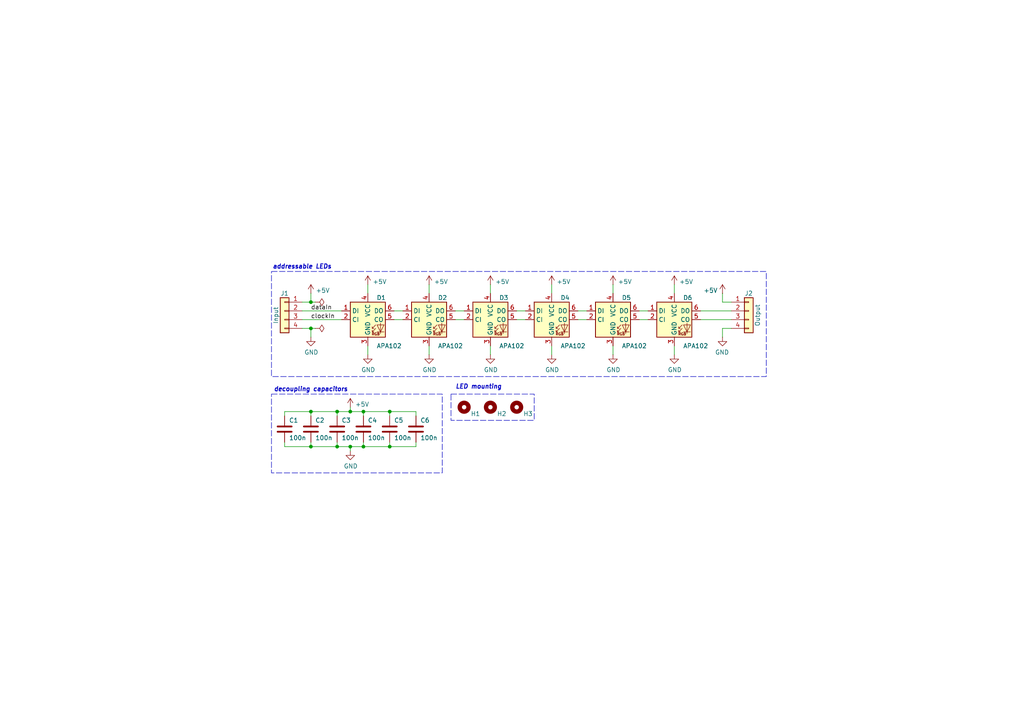
<source format=kicad_sch>
(kicad_sch (version 20231120) (generator "eeschema") (generator_version "8.0")
  (paper "A4")
  (lib_symbols
    (symbol "Connector_Generic:Conn_01x04" (pin_names (offset 1.016) hide)
      (property "Reference" "J" (at 0 5.08 0))
      (property "Value" "Conn_01x04" (at 0 -7.62 0))
      (symbol "Conn_01x04_1_1"
        (rectangle (start -1.27 -4.953) (end 0 -5.207) (stroke (width 0.1524)))
        (rectangle (start -1.27 -2.413) (end 0 -2.667) (stroke (width 0.1524)))
        (rectangle (start -1.27 0.127) (end 0 -0.127) (stroke (width 0.1524)))
        (rectangle (start -1.27 2.667) (end 0 2.413) (stroke (width 0.1524)))
        (rectangle (start -1.27 3.81) (end 1.27 -6.35) (stroke (width 0.254)) (fill (type background)))
        (pin passive line (at -5.08 2.54 0) (length 3.81) (name "Pin_1") (number "1"))
        (pin passive line (at -5.08 0 0) (length 3.81) (name "Pin_2") (number "2"))
        (pin passive line (at -5.08 -2.54 0) (length 3.81) (name "Pin_3") (number "3"))
        (pin passive line (at -5.08 -5.08 0) (length 3.81) (name "Pin_4") (number "4"))
      )
    )
    (symbol "Device:C" (pin_numbers hide) (pin_names (offset 0.254))
      (property "Reference" "C" (at 0.635 2.54 0))
      (property "Value" "C" (at 0.635 -2.54 0))
      (symbol "C_0_1"
        (polyline (pts (xy -2.032 -0.762) (xy 2.032 -0.762)) (stroke (width 0.508)))
        (polyline (pts (xy -2.032 0.762) (xy 2.032 0.762)) (stroke (width 0.508)))
      )
      (symbol "C_1_1"
        (pin passive line (at 0 3.81 270) (length 2.794) (name "~") (number "1"))
        (pin passive line (at 0 -3.81 90) (length 2.794) (name "~") (number "2"))
      )
    )
    (symbol "LED:APA102"
      (property "Reference" "D" (at 5.08 5.715 0))
      (property "Value" "APA102" (at 1.27 -5.715 0))
      (symbol "APA102_0_0"
        (text "RGB" (at 2.286 -4.191 0) (effects (font (size 0.762 0.762))))
      )
      (symbol "APA102_0_1"
        (polyline (pts (xy 1.27 -3.556) (xy 1.778 -3.556)))
        (polyline (pts (xy 1.27 -2.54) (xy 1.778 -2.54)))
        (polyline (pts (xy 4.699 -3.556) (xy 2.667 -3.556)))
        (polyline (pts (xy 2.286 -2.54) (xy 1.27 -3.556) (xy 1.27 -3.048)))
        (polyline (pts (xy 2.286 -1.524) (xy 1.27 -2.54) (xy 1.27 -2.032)))
        (polyline (pts (xy 3.683 -1.016) (xy 3.683 -3.556) (xy 3.683 -4.064)))
        (polyline (pts (xy 4.699 -1.524) (xy 2.667 -1.524) (xy 3.683 -3.556) (xy 4.699 -1.524)))
        (rectangle (start 5.08 5.08) (end -5.08 -5.08) (stroke (width 0.254)) (fill (type background)))
      )
      (symbol "APA102_1_1"
        (pin input line (at -7.62 2.54 0) (length 2.54) (name "DI") (number "1"))
        (pin input line (at -7.62 0 0) (length 2.54) (name "CI") (number "2"))
        (pin power_in line (at 0 -7.62 90) (length 2.54) (name "GND") (number "3"))
        (pin power_in line (at 0 7.62 270) (length 2.54) (name "VCC") (number "4"))
        (pin output line (at 7.62 0 180) (length 2.54) (name "CO") (number "5"))
        (pin output line (at 7.62 2.54 180) (length 2.54) (name "DO") (number "6"))
      )
    )
    (symbol "Mechanical:MountingHole" (pin_names (offset 1.016))
      (property "Reference" "H" (at 0 5.08 0))
      (property "Value" "MountingHole" (at 0 3.175 0))
      (symbol "MountingHole_0_1"
        (circle (center 0 0) (radius 1.27) (stroke (width 1.27)))
      )
    )
    (symbol "power:+5V" (power) (pin_numbers hide) (pin_names (offset 0) hide)
      (property "Value" "+5V" (at 0 3.556 0))
      (symbol "+5V_0_1"
        (polyline (pts (xy -0.762 1.27) (xy 0 2.54)))
        (polyline (pts (xy 0 0) (xy 0 2.54)))
        (polyline (pts (xy 0 2.54) (xy 0.762 1.27)))
      )
      (symbol "+5V_1_1"
        (pin power_in line (at 0 0 90) (length 0) (name "~") (number "1"))
      )
    )
    (symbol "power:GND" (power) (pin_numbers hide) (pin_names (offset 0) hide)
      (property "Value" "GND" (at 0 -3.81 0))
      (symbol "GND_0_1"
        (polyline (pts (xy 0 0) (xy 0 -1.27) (xy 1.27 -1.27) (xy 0 -2.54) (xy -1.27 -1.27) (xy 0 -1.27)))
      )
      (symbol "GND_1_1"
        (pin power_in line (at 0 0 270) (length 0) (name "~") (number "1"))
      )
    )
    (symbol "power:PWR_FLAG" (power) (pin_numbers hide) (pin_names (offset 0) hide)
      (property "Value" "PWR_FLAG" (at 0 3.81 0))
      (symbol "PWR_FLAG_0_0"
        (pin power_out line (at 0 0 90) (length 0) (name "~") (number "1"))
      )
      (symbol "PWR_FLAG_0_1"
        (polyline (pts (xy 0 0) (xy 0 1.27) (xy -1.016 1.905) (xy 0 2.54) (xy 1.016 1.905) (xy 0 1.27)))
      )
    )
  )
  (junction (at 90.17 95.25))
  (junction (at 97.79 119.38))
  (junction (at 113.03 119.38))
  (junction (at 90.17 119.38))
  (junction (at 105.41 129.54))
  (junction (at 101.6 129.54))
  (junction (at 97.79 129.54))
  (junction (at 90.17 129.54))
  (junction (at 101.6 119.38))
  (junction (at 105.41 119.38))
  (junction (at 113.03 129.54))
  (junction (at 90.17 87.63))
  (wire (pts (xy 90.17 119.38) (xy 90.17 120.65)))
  (wire (pts (xy 97.79 128.27) (xy 97.79 129.54)))
  (wire (pts (xy 160.02 82.55) (xy 160.02 85.09)))
  (wire (pts (xy 90.17 85.09) (xy 90.17 87.63)))
  (wire (pts (xy 167.64 92.71) (xy 170.18 92.71)))
  (wire (pts (xy 132.08 90.17) (xy 134.62 90.17)))
  (wire (pts (xy 203.2 92.71) (xy 212.09 92.71)))
  (wire (pts (xy 113.03 128.27) (xy 113.03 129.54)))
  (wire (pts (xy 87.63 90.17) (xy 99.06 90.17)))
  (wire (pts (xy 113.03 129.54) (xy 120.65 129.54)))
  (wire (pts (xy 105.41 128.27) (xy 105.41 129.54)))
  (wire (pts (xy 203.2 90.17) (xy 212.09 90.17)))
  (wire (pts (xy 97.79 119.38) (xy 101.6 119.38)))
  (wire (pts (xy 114.3 90.17) (xy 116.84 90.17)))
  (wire (pts (xy 185.42 92.71) (xy 187.96 92.71)))
  (wire (pts (xy 90.17 95.25) (xy 90.17 97.79)))
  (wire (pts (xy 101.6 118.11) (xy 101.6 119.38)))
  (wire (pts (xy 195.58 82.55) (xy 195.58 85.09)))
  (wire (pts (xy 149.86 92.71) (xy 152.4 92.71)))
  (wire (pts (xy 90.17 119.38) (xy 97.79 119.38)))
  (wire (pts (xy 142.24 100.33) (xy 142.24 102.87)))
  (wire (pts (xy 177.8 100.33) (xy 177.8 102.87)))
  (wire (pts (xy 87.63 92.71) (xy 99.06 92.71)))
  (wire (pts (xy 195.58 100.33) (xy 195.58 102.87)))
  (wire (pts (xy 101.6 119.38) (xy 105.41 119.38)))
  (wire (pts (xy 106.68 82.55) (xy 106.68 85.09)))
  (wire (pts (xy 97.79 129.54) (xy 101.6 129.54)))
  (wire (pts (xy 87.63 95.25) (xy 90.17 95.25)))
  (wire (pts (xy 105.41 119.38) (xy 105.41 120.65)))
  (wire (pts (xy 113.03 119.38) (xy 113.03 120.65)))
  (wire (pts (xy 212.09 95.25) (xy 209.55 95.25)))
  (wire (pts (xy 106.68 100.33) (xy 106.68 102.87)))
  (wire (pts (xy 90.17 128.27) (xy 90.17 129.54)))
  (wire (pts (xy 105.41 129.54) (xy 113.03 129.54)))
  (wire (pts (xy 120.65 128.27) (xy 120.65 129.54)))
  (wire (pts (xy 90.17 129.54) (xy 97.79 129.54)))
  (wire (pts (xy 82.55 129.54) (xy 90.17 129.54)))
  (wire (pts (xy 97.79 119.38) (xy 97.79 120.65)))
  (wire (pts (xy 142.24 82.55) (xy 142.24 85.09)))
  (wire (pts (xy 82.55 119.38) (xy 82.55 120.65)))
  (wire (pts (xy 132.08 92.71) (xy 134.62 92.71)))
  (wire (pts (xy 209.55 95.25) (xy 209.55 97.79)))
  (wire (pts (xy 160.02 100.33) (xy 160.02 102.87)))
  (wire (pts (xy 82.55 119.38) (xy 90.17 119.38)))
  (wire (pts (xy 90.17 95.25) (xy 91.44 95.25)))
  (wire (pts (xy 101.6 129.54) (xy 105.41 129.54)))
  (wire (pts (xy 167.64 90.17) (xy 170.18 90.17)))
  (wire (pts (xy 120.65 119.38) (xy 120.65 120.65)))
  (wire (pts (xy 114.3 92.71) (xy 116.84 92.71)))
  (wire (pts (xy 82.55 128.27) (xy 82.55 129.54)))
  (wire (pts (xy 124.46 100.33) (xy 124.46 102.87)))
  (wire (pts (xy 177.8 82.55) (xy 177.8 85.09)))
  (wire (pts (xy 105.41 119.38) (xy 113.03 119.38)))
  (wire (pts (xy 185.42 90.17) (xy 187.96 90.17)))
  (wire (pts (xy 209.55 85.09) (xy 209.55 87.63)))
  (wire (pts (xy 87.63 87.63) (xy 90.17 87.63)))
  (wire (pts (xy 149.86 90.17) (xy 152.4 90.17)))
  (wire (pts (xy 113.03 119.38) (xy 120.65 119.38)))
  (wire (pts (xy 124.46 82.55) (xy 124.46 85.09)))
  (wire (pts (xy 90.17 87.63) (xy 91.44 87.63)))
  (wire (pts (xy 212.09 87.63) (xy 209.55 87.63)))
  (wire (pts (xy 101.6 129.54) (xy 101.6 130.81)))
  (rectangle (start 78.74 114.3) (end 128.27 137.16) (stroke (width 0) (type dash)))
  (rectangle (start 130.81 114.3) (end 154.94 121.92) (stroke (width 0) (type dash)))
  (rectangle (start 78.74 78.74) (end 222.25 109.22) (stroke (width 0) (type dash)))
  (text "addressable LEDs" (at 87.63 77.47 0) (effects (font (size 1.27 1.27) (thickness 0.254) (bold yes) (italic yes))))
  (text "decoupling capacitors" (at 90.17 113.03 0) (effects (font (size 1.27 1.27) (thickness 0.254) (bold yes) (italic yes))))
  (text "LED mounting" (at 132.08 113.03 0) (effects (font (size 1.27 1.27) (thickness 0.254) (bold yes) (italic yes)) (justify left bottom)))
  (label "dataIn" (at 90.17 90.17 0))
  (label "clockIn" (at 90.17 92.71 0))
  (symbol (lib_id "power:GND") (at 101.6 130.81 0) (unit 1)
    (property "Reference" "#PWR016" (effects (hide yes)))
    (property "Value" "GND" (at 101.727 135.2042 0))
  )
  (symbol (lib_id "Mechanical:MountingHole") (at 142.24 118.11 0) (unit 1)
    (property "Reference" "H2" (at 144.145 120.015 0) (effects (justify left)))
    (property "Value" "MountingHole_Pad" (effects (hide yes)))
    (property "Footprint" "MountingHole:MountingHole_3.2mm_M3_ISO14580" (effects (hide yes)))
  )
  (symbol (lib_id "Connector_Generic:Conn_01x04") (at 217.17 90.17 0) (unit 1)
    (property "Reference" "J2" (at 217.17 85.09 0))
    (property "Value" "Output" (at 219.71 91.44 90))
    (property "Footprint" "Connector_Molex:Molex_PicoBlade_53047-0410_1x04_P1.25mm_Vertical" (effects (hide yes)))
    (property "Description" "Generic connector, single row, 01x04, script generated (kicad-library-utils/schlib/autogen/connector/)" (effects (hide yes)))
  )
  (symbol (lib_id "power:+5V") (at 195.58 82.55 0) (unit 1)
    (property "Reference" "#PWR013" (effects (hide yes)))
    (property "Value" "+5V" (at 196.977 81.7138 0) (effects (justify left)))
  )
  (symbol (lib_id "LED:APA102") (at 177.8 92.71 0) (unit 1)
    (property "Reference" "D5" (at 180.34 86.36 0) (effects (justify left)))
    (property "Value" "APA102" (at 180.34 100.33 0) (effects (justify left)))
    (property "Footprint" "LED_SMD:LED_RGB_5050-6" (effects (hide yes)))
    (property "Datasheet" "http://www.led-color.com/upload/201506/APA102%20LED.pdf" (effects (hide yes)))
    (property "Description" "RGB LED with integrated controller" (effects (hide yes)))
  )
  (symbol (lib_id "Device:C") (at 120.65 124.46 0) (unit 1)
    (property "Reference" "C6" (at 121.92 121.92 0) (effects (justify left)))
    (property "Value" "100n" (at 121.92 127 0) (effects (justify left)))
    (property "Footprint" "Capacitor_SMD:C_0603_1608Metric_Pad1.08x0.95mm_HandSolder" (effects (hide yes)))
    (property "Description" "Unpolarized capacitor" (effects (hide yes)))
  )
  (symbol (lib_id "LED:APA102") (at 160.02 92.71 0) (unit 1)
    (property "Reference" "D4" (at 162.56 86.36 0) (effects (justify left)))
    (property "Value" "APA102" (at 162.56 100.33 0) (effects (justify left)))
    (property "Footprint" "LED_SMD:LED_RGB_5050-6" (effects (hide yes)))
    (property "Datasheet" "http://www.led-color.com/upload/201506/APA102%20LED.pdf" (effects (hide yes)))
    (property "Description" "RGB LED with integrated controller" (effects (hide yes)))
  )
  (symbol (lib_id "Device:C") (at 97.79 124.46 0) (unit 1)
    (property "Reference" "C3" (at 99.06 121.92 0) (effects (justify left)))
    (property "Value" "100n" (at 99.06 127 0) (effects (justify left)))
    (property "Footprint" "Capacitor_SMD:C_0603_1608Metric_Pad1.08x0.95mm_HandSolder" (effects (hide yes)))
    (property "Description" "Unpolarized capacitor" (effects (hide yes)))
  )
  (symbol (lib_id "LED:APA102") (at 124.46 92.71 0) (unit 1)
    (property "Reference" "D2" (at 127 86.36 0) (effects (justify left)))
    (property "Value" "APA102" (at 127 100.33 0) (effects (justify left)))
    (property "Footprint" "LED_SMD:LED_RGB_5050-6" (effects (hide yes)))
    (property "Datasheet" "http://www.led-color.com/upload/201506/APA102%20LED.pdf" (effects (hide yes)))
    (property "Description" "RGB LED with integrated controller" (effects (hide yes)))
  )
  (symbol (lib_id "Device:C") (at 82.55 124.46 0) (unit 1)
    (property "Reference" "C1" (at 83.82 121.92 0) (effects (justify left)))
    (property "Value" "100n" (at 83.82 127 0) (effects (justify left)))
    (property "Footprint" "Capacitor_SMD:C_0603_1608Metric_Pad1.08x0.95mm_HandSolder" (effects (hide yes)))
    (property "Description" "Unpolarized capacitor" (effects (hide yes)))
  )
  (symbol (lib_id "LED:APA102") (at 106.68 92.71 0) (unit 1)
    (property "Reference" "D1" (at 109.22 86.36 0) (effects (justify left)))
    (property "Value" "APA102" (at 109.22 100.33 0) (effects (justify left)))
    (property "Footprint" "LED_SMD:LED_RGB_5050-6" (effects (hide yes)))
    (property "Datasheet" "http://www.led-color.com/upload/201506/APA102%20LED.pdf" (effects (hide yes)))
    (property "Description" "RGB LED with integrated controller" (effects (hide yes)))
  )
  (symbol (lib_id "power:GND") (at 106.68 102.87 0) (unit 1)
    (property "Reference" "#PWR03" (effects (hide yes)))
    (property "Value" "GND" (at 106.807 107.2642 0))
  )
  (symbol (lib_id "power:+5V") (at 124.46 82.55 0) (unit 1)
    (property "Reference" "#PWR05" (effects (hide yes)))
    (property "Value" "+5V" (at 125.857 81.7138 0) (effects (justify left)))
  )
  (symbol (lib_id "power:+5V") (at 209.55 85.09 0) (mirror y) (unit 1)
    (property "Reference" "#PWR017" (effects (hide yes)))
    (property "Value" "+5V" (at 208.153 84.2538 0) (effects (justify left)))
  )
  (symbol (lib_id "power:GND") (at 160.02 102.87 0) (unit 1)
    (property "Reference" "#PWR010" (effects (hide yes)))
    (property "Value" "GND" (at 160.147 107.2642 0))
  )
  (symbol (lib_id "LED:APA102") (at 142.24 92.71 0) (unit 1)
    (property "Reference" "D3" (at 144.78 86.36 0) (effects (justify left)))
    (property "Value" "APA102" (at 144.78 100.33 0) (effects (justify left)))
    (property "Footprint" "LED_SMD:LED_RGB_5050-6" (effects (hide yes)))
    (property "Datasheet" "http://www.led-color.com/upload/201506/APA102%20LED.pdf" (effects (hide yes)))
    (property "Description" "RGB LED with integrated controller" (effects (hide yes)))
  )
  (symbol (lib_id "power:GND") (at 124.46 102.87 0) (unit 1)
    (property "Reference" "#PWR06" (effects (hide yes)))
    (property "Value" "GND" (at 124.587 107.2642 0))
  )
  (symbol (lib_id "power:GND") (at 209.55 97.79 0) (mirror y) (unit 1)
    (property "Reference" "#PWR018" (effects (hide yes)))
    (property "Value" "GND" (at 209.423 102.1842 0))
  )
  (symbol (lib_id "Mechanical:MountingHole") (at 134.62 118.11 0) (unit 1)
    (property "Reference" "H1" (at 136.525 120.015 0) (effects (justify left)))
    (property "Value" "MountingHole_Pad" (effects (hide yes)))
    (property "Footprint" "MountingHole:MountingHole_3.2mm_M3_ISO14580" (effects (hide yes)))
  )
  (symbol (lib_id "LED:APA102") (at 195.58 92.71 0) (unit 1)
    (property "Reference" "D6" (at 198.12 86.36 0) (effects (justify left)))
    (property "Value" "APA102" (at 198.12 100.33 0) (effects (justify left)))
    (property "Footprint" "LED_SMD:LED_RGB_5050-6" (effects (hide yes)))
    (property "Datasheet" "http://www.led-color.com/upload/201506/APA102%20LED.pdf" (effects (hide yes)))
    (property "Description" "RGB LED with integrated controller" (effects (hide yes)))
  )
  (symbol (lib_id "power:+5V") (at 142.24 82.55 0) (unit 1)
    (property "Reference" "#PWR07" (effects (hide yes)))
    (property "Value" "+5V" (at 143.637 81.7138 0) (effects (justify left)))
  )
  (symbol (lib_id "Device:C") (at 105.41 124.46 0) (unit 1)
    (property "Reference" "C4" (at 106.68 121.92 0) (effects (justify left)))
    (property "Value" "100n" (at 106.68 127 0) (effects (justify left)))
    (property "Footprint" "Capacitor_SMD:C_0603_1608Metric_Pad1.08x0.95mm_HandSolder" (effects (hide yes)))
    (property "Description" "Unpolarized capacitor" (effects (hide yes)))
  )
  (symbol (lib_id "power:PWR_FLAG") (at 91.44 95.25 270) (unit 1)
    (property "Reference" "#FLG02" (effects (hide yes)))
    (property "Value" "PWR_FLAG" (effects (hide yes)))
    (property "Description" "Special symbol for telling ERC where power comes from" (effects (hide yes)))
  )
  (symbol (lib_id "power:GND") (at 142.24 102.87 0) (unit 1)
    (property "Reference" "#PWR08" (effects (hide yes)))
    (property "Value" "GND" (at 142.367 107.2642 0))
  )
  (symbol (lib_id "power:GND") (at 90.17 97.79 0) (unit 1)
    (property "Reference" "#PWR01" (effects (hide yes)))
    (property "Value" "GND" (at 90.297 102.1842 0))
  )
  (symbol (lib_id "Connector_Generic:Conn_01x04") (at 82.55 90.17 0) (mirror y) (unit 1)
    (property "Reference" "J1" (at 82.55 85.09 0))
    (property "Value" "Input" (at 80.01 91.44 90))
    (property "Footprint" "Connector_Molex:Molex_PicoBlade_53047-0410_1x04_P1.25mm_Vertical" (effects (hide yes)))
    (property "Description" "Generic connector, single row, 01x04, script generated (kicad-library-utils/schlib/autogen/connector/)" (effects (hide yes)))
  )
  (symbol (lib_id "power:+5V") (at 101.6 118.11 0) (unit 1)
    (property "Reference" "#PWR015" (effects (hide yes)))
    (property "Value" "+5V" (at 102.997 117.2738 0) (effects (justify left)))
  )
  (symbol (lib_id "power:GND") (at 177.8 102.87 0) (unit 1)
    (property "Reference" "#PWR012" (effects (hide yes)))
    (property "Value" "GND" (at 177.927 107.2642 0))
  )
  (symbol (lib_id "Device:C") (at 90.17 124.46 0) (unit 1)
    (property "Reference" "C2" (at 91.44 121.92 0) (effects (justify left)))
    (property "Value" "100n" (at 91.44 127 0) (effects (justify left)))
    (property "Footprint" "Capacitor_SMD:C_0603_1608Metric_Pad1.08x0.95mm_HandSolder" (effects (hide yes)))
    (property "Description" "Unpolarized capacitor" (effects (hide yes)))
  )
  (symbol (lib_id "power:GND") (at 195.58 102.87 0) (unit 1)
    (property "Reference" "#PWR014" (effects (hide yes)))
    (property "Value" "GND" (at 195.707 107.2642 0))
  )
  (symbol (lib_id "Device:C") (at 113.03 124.46 0) (unit 1)
    (property "Reference" "C5" (at 114.3 121.92 0) (effects (justify left)))
    (property "Value" "100n" (at 114.3 127 0) (effects (justify left)))
    (property "Footprint" "Capacitor_SMD:C_0603_1608Metric_Pad1.08x0.95mm_HandSolder" (effects (hide yes)))
    (property "Description" "Unpolarized capacitor" (effects (hide yes)))
  )
  (symbol (lib_id "power:+5V") (at 177.8 82.55 0) (unit 1)
    (property "Reference" "#PWR011" (effects (hide yes)))
    (property "Value" "+5V" (at 179.197 81.7138 0) (effects (justify left)))
  )
  (symbol (lib_id "power:+5V") (at 90.17 85.09 0) (unit 1)
    (property "Reference" "#PWR02" (effects (hide yes)))
    (property "Value" "+5V" (at 91.567 84.2538 0) (effects (justify left)))
  )
  (symbol (lib_id "Mechanical:MountingHole") (at 149.86 118.11 0) (unit 1)
    (property "Reference" "H3" (at 151.765 120.015 0) (effects (justify left)))
    (property "Value" "MountingHole_Pad" (effects (hide yes)))
    (property "Footprint" "MountingHole:MountingHole_3.2mm_M3_ISO14580" (effects (hide yes)))
  )
  (symbol (lib_id "power:PWR_FLAG") (at 91.44 87.63 270) (unit 1)
    (property "Reference" "#FLG01" (effects (hide yes)))
    (property "Value" "PWR_FLAG" (effects (hide yes)))
    (property "Description" "Special symbol for telling ERC where power comes from" (effects (hide yes)))
  )
  (symbol (lib_id "power:+5V") (at 106.68 82.55 0) (unit 1)
    (property "Reference" "#PWR04" (effects (hide yes)))
    (property "Value" "+5V" (at 108.077 81.7138 0) (effects (justify left)))
  )
  (symbol (lib_id "power:+5V") (at 160.02 82.55 0) (unit 1)
    (property "Reference" "#PWR09" (effects (hide yes)))
    (property "Value" "+5V" (at 161.417 81.7138 0) (effects (justify left)))
  )
)
</source>
